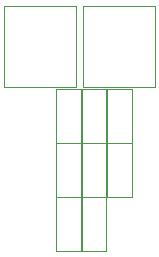
<source format=gbr>
%TF.GenerationSoftware,KiCad,Pcbnew,(6.0.7-1)-1*%
%TF.CreationDate,2023-10-29T11:46:34+10:00*%
%TF.ProjectId,Landing Gear Panel PCB V2,4c616e64-696e-4672-9047-656172205061,rev?*%
%TF.SameCoordinates,Original*%
%TF.FileFunction,Other,User*%
%FSLAX46Y46*%
G04 Gerber Fmt 4.6, Leading zero omitted, Abs format (unit mm)*
G04 Created by KiCad (PCBNEW (6.0.7-1)-1) date 2023-10-29 11:46:34*
%MOMM*%
%LPD*%
G01*
G04 APERTURE LIST*
%ADD10C,0.050000*%
G04 APERTURE END LIST*
D10*
%TO.C,J4*%
X82720000Y-68932000D02*
X76640000Y-68932000D01*
X76640000Y-62132000D02*
X82720000Y-62132000D01*
X76640000Y-68932000D02*
X76640000Y-62132000D01*
X82720000Y-62132000D02*
X82720000Y-68932000D01*
%TO.C,J3*%
X89400000Y-68932000D02*
X83320000Y-68932000D01*
X83320000Y-62132000D02*
X89400000Y-62132000D01*
X83320000Y-68932000D02*
X83320000Y-62132000D01*
X89400000Y-62132000D02*
X89400000Y-68932000D01*
%TO.C,R1*%
X87450000Y-73730000D02*
X87450000Y-78270000D01*
X85350000Y-73730000D02*
X87450000Y-73730000D01*
X87450000Y-78270000D02*
X85350000Y-78270000D01*
X85350000Y-78270000D02*
X85350000Y-73730000D01*
%TO.C,R5*%
X81050000Y-82820000D02*
X81050000Y-78280000D01*
X83150000Y-82820000D02*
X81050000Y-82820000D01*
X83150000Y-78280000D02*
X83150000Y-82820000D01*
X81050000Y-78280000D02*
X83150000Y-78280000D01*
%TO.C,R3*%
X83150000Y-69180000D02*
X83150000Y-73720000D01*
X81050000Y-73720000D02*
X81050000Y-69180000D01*
X81050000Y-69180000D02*
X83150000Y-69180000D01*
X83150000Y-73720000D02*
X81050000Y-73720000D01*
%TO.C,R8*%
X85350000Y-69170000D02*
X87450000Y-69170000D01*
X87450000Y-73710000D02*
X85350000Y-73710000D01*
X87450000Y-69170000D02*
X87450000Y-73710000D01*
X85350000Y-73710000D02*
X85350000Y-69170000D01*
%TO.C,R7*%
X83200000Y-82820000D02*
X83200000Y-78280000D01*
X85300000Y-82820000D02*
X83200000Y-82820000D01*
X85300000Y-78280000D02*
X85300000Y-82820000D01*
X83200000Y-78280000D02*
X85300000Y-78280000D01*
%TO.C,R2*%
X83150000Y-78270000D02*
X81050000Y-78270000D01*
X81050000Y-73730000D02*
X83150000Y-73730000D01*
X81050000Y-78270000D02*
X81050000Y-73730000D01*
X83150000Y-73730000D02*
X83150000Y-78270000D01*
%TO.C,R4*%
X85300000Y-69170000D02*
X85300000Y-73710000D01*
X85300000Y-73710000D02*
X83200000Y-73710000D01*
X83200000Y-69170000D02*
X85300000Y-69170000D01*
X83200000Y-73710000D02*
X83200000Y-69170000D01*
%TO.C,R6*%
X85300000Y-78270000D02*
X83200000Y-78270000D01*
X83200000Y-73730000D02*
X85300000Y-73730000D01*
X85300000Y-73730000D02*
X85300000Y-78270000D01*
X83200000Y-78270000D02*
X83200000Y-73730000D01*
%TD*%
M02*

</source>
